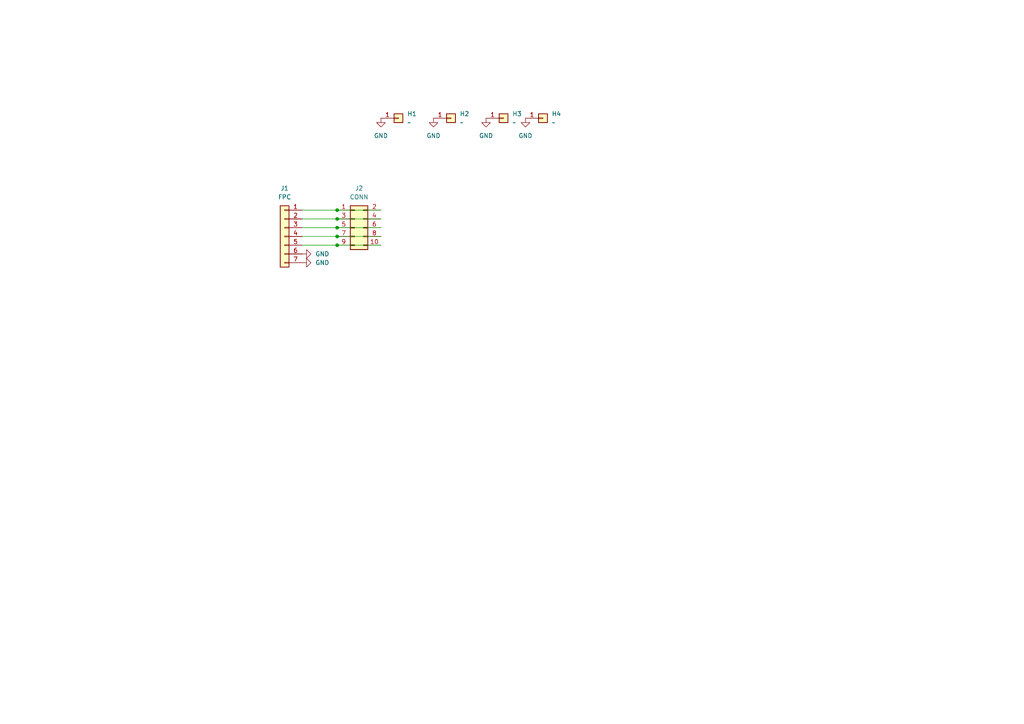
<source format=kicad_sch>
(kicad_sch (version 20211123) (generator eeschema)
  (paper "A4")
  (lib_symbols
    (symbol "Connector_Generic:Conn_01x01" (pin_names (offset 1.016) hide)
      (property "Reference" "J" (at 0 2.54 0))
      (property "Value" "Conn_01x01" (at 0 -2.54 0))
      (symbol "Conn_01x01_1_1"
        (rectangle (start -1.27 0.127) (end 0 -0.127) (stroke (width 0.1524)))
        (rectangle (start -1.27 1.27) (end 1.27 -1.27) (stroke (width 0.254)) (fill (type background)))
        (pin passive line (at -5.08 0 0) (length 3.81) (name "Pin_1") (number "1"))
      )
    )
    (symbol "Connector_Generic:Conn_01x07" (pin_names (offset 1.016) hide)
      (property "Reference" "J" (at 0 10.16 0))
      (property "Value" "Conn_01x07" (at 0 -10.16 0))
      (symbol "Conn_01x07_1_1"
        (rectangle (start -1.27 -7.493) (end 0 -7.747) (stroke (width 0.1524)))
        (rectangle (start -1.27 -4.953) (end 0 -5.207) (stroke (width 0.1524)))
        (rectangle (start -1.27 -2.413) (end 0 -2.667) (stroke (width 0.1524)))
        (rectangle (start -1.27 0.127) (end 0 -0.127) (stroke (width 0.1524)))
        (rectangle (start -1.27 2.667) (end 0 2.413) (stroke (width 0.1524)))
        (rectangle (start -1.27 5.207) (end 0 4.953) (stroke (width 0.1524)))
        (rectangle (start -1.27 7.747) (end 0 7.493) (stroke (width 0.1524)))
        (rectangle (start -1.27 8.89) (end 1.27 -8.89) (stroke (width 0.254)) (fill (type background)))
        (pin passive line (at -5.08 7.62 0) (length 3.81) (name "Pin_1") (number "1"))
        (pin passive line (at -5.08 5.08 0) (length 3.81) (name "Pin_2") (number "2"))
        (pin passive line (at -5.08 2.54 0) (length 3.81) (name "Pin_3") (number "3"))
        (pin passive line (at -5.08 0 0) (length 3.81) (name "Pin_4") (number "4"))
        (pin passive line (at -5.08 -2.54 0) (length 3.81) (name "Pin_5") (number "5"))
        (pin passive line (at -5.08 -5.08 0) (length 3.81) (name "Pin_6") (number "6"))
        (pin passive line (at -5.08 -7.62 0) (length 3.81) (name "Pin_7") (number "7"))
      )
    )
    (symbol "Connector_Generic:Conn_02x05_Odd_Even" (pin_names (offset 1.016) hide)
      (property "Reference" "J" (at 1.27 7.62 0))
      (property "Value" "Conn_02x05_Odd_Even" (at 1.27 -7.62 0))
      (symbol "Conn_02x05_Odd_Even_1_1"
        (rectangle (start -1.27 -4.953) (end 0 -5.207) (stroke (width 0.1524)))
        (rectangle (start -1.27 -2.413) (end 0 -2.667) (stroke (width 0.1524)))
        (rectangle (start -1.27 0.127) (end 0 -0.127) (stroke (width 0.1524)))
        (rectangle (start -1.27 2.667) (end 0 2.413) (stroke (width 0.1524)))
        (rectangle (start -1.27 5.207) (end 0 4.953) (stroke (width 0.1524)))
        (rectangle (start -1.27 6.35) (end 3.81 -6.35) (stroke (width 0.254)) (fill (type background)))
        (rectangle (start 3.81 -4.953) (end 2.54 -5.207) (stroke (width 0.1524)))
        (rectangle (start 3.81 -2.413) (end 2.54 -2.667) (stroke (width 0.1524)))
        (rectangle (start 3.81 0.127) (end 2.54 -0.127) (stroke (width 0.1524)))
        (rectangle (start 3.81 2.667) (end 2.54 2.413) (stroke (width 0.1524)))
        (rectangle (start 3.81 5.207) (end 2.54 4.953) (stroke (width 0.1524)))
        (pin passive line (at -5.08 5.08 0) (length 3.81) (name "Pin_1") (number "1"))
        (pin passive line (at 7.62 -5.08 180) (length 3.81) (name "Pin_10") (number "10"))
        (pin passive line (at 7.62 5.08 180) (length 3.81) (name "Pin_2") (number "2"))
        (pin passive line (at -5.08 2.54 0) (length 3.81) (name "Pin_3") (number "3"))
        (pin passive line (at 7.62 2.54 180) (length 3.81) (name "Pin_4") (number "4"))
        (pin passive line (at -5.08 0 0) (length 3.81) (name "Pin_5") (number "5"))
        (pin passive line (at 7.62 0 180) (length 3.81) (name "Pin_6") (number "6"))
        (pin passive line (at -5.08 -2.54 0) (length 3.81) (name "Pin_7") (number "7"))
        (pin passive line (at 7.62 -2.54 180) (length 3.81) (name "Pin_8") (number "8"))
        (pin passive line (at -5.08 -5.08 0) (length 3.81) (name "Pin_9") (number "9"))
      )
    )
    (symbol "power:GND" (power) (pin_names (offset 0))
      (property "Value" "GND" (at 0 -3.81 0))
      (symbol "GND_0_1"
        (polyline (pts (xy 0 0) (xy 0 -1.27) (xy 1.27 -1.27) (xy 0 -2.54) (xy -1.27 -1.27) (xy 0 -1.27)))
      )
      (symbol "GND_1_1"
        (pin power_in line (at 0 0 270) (length 0) hide (name "GND") (number "1"))
      )
    )
  )
  (junction (at 97.79 60.96))
  (junction (at 97.79 71.12))
  (junction (at 97.79 66.04))
  (junction (at 97.79 63.5))
  (junction (at 97.79 68.58))
  (wire (pts (xy 97.79 71.12) (xy 110.49 71.12)))
  (wire (pts (xy 87.63 66.04) (xy 97.79 66.04)))
  (wire (pts (xy 87.63 71.12) (xy 97.79 71.12)))
  (wire (pts (xy 87.63 68.58) (xy 97.79 68.58)))
  (wire (pts (xy 97.79 66.04) (xy 110.49 66.04)))
  (wire (pts (xy 87.63 63.5) (xy 97.79 63.5)))
  (wire (pts (xy 97.79 68.58) (xy 110.49 68.58)))
  (wire (pts (xy 97.79 60.96) (xy 110.49 60.96)))
  (wire (pts (xy 87.63 60.96) (xy 97.79 60.96)))
  (wire (pts (xy 97.79 63.5) (xy 110.49 63.5)))
  (symbol (lib_id "power:GND") (at 110.49 34.29 0) (unit 1)
    (property "Reference" "#PWR02" (effects hide))
    (property "Value" "GND" (at 110.49 39.37 0))
  )
  (symbol (lib_id "power:GND") (at 87.63 76.2 90) (unit 1)
    (property "Reference" "#PWR0101" (effects hide))
    (property "Value" "GND" (at 91.44 76.1999 90) (effects (justify right)))
  )
  (symbol (lib_id "Connector_Generic:Conn_01x01") (at 157.48 34.29 0) (unit 1)
    (property "Reference" "H4" (at 160.02 33.0199 0) (effects (justify left)))
    (property "Value" "~" (at 160.02 35.5599 0) (effects (justify left)))
    (property "Footprint" "MountingHole:MountingHole_3.2mm_M3_ISO14580_Pad" (effects hide))
  )
  (symbol (lib_id "power:GND") (at 140.97 34.29 0) (unit 1)
    (property "Reference" "#PWR04" (effects hide))
    (property "Value" "GND" (at 140.97 39.37 0))
  )
  (symbol (lib_id "Connector_Generic:Conn_02x05_Odd_Even") (at 102.87 66.04 0) (unit 1)
    (property "Reference" "J2" (at 104.14 54.61 0))
    (property "Value" "CONN" (at 104.14 57.15 0))
    (property "Footprint" "Connector_PinHeader_2.54mm:PinHeader_2x05_P2.54mm_Vertical" (effects hide))
    (property "LCSC" "C124387" (effects hide))
  )
  (symbol (lib_id "power:GND") (at 87.63 73.66 90) (unit 1)
    (property "Reference" "#PWR01" (effects hide))
    (property "Value" "GND" (at 91.44 73.6599 90) (effects (justify right)))
  )
  (symbol (lib_id "Connector_Generic:Conn_01x01") (at 130.81 34.29 0) (unit 1)
    (property "Reference" "H2" (at 133.35 33.0199 0) (effects (justify left)))
    (property "Value" "~" (at 133.35 35.5599 0) (effects (justify left)))
    (property "Footprint" "MountingHole:MountingHole_3.2mm_M3_ISO14580_Pad" (effects hide))
  )
  (symbol (lib_id "Connector_Generic:Conn_01x01") (at 115.57 34.29 0) (unit 1)
    (property "Reference" "H1" (at 118.11 33.0199 0) (effects (justify left)))
    (property "Value" "~" (at 118.11 35.5599 0) (effects (justify left)))
    (property "Footprint" "MountingHole:MountingHole_3.2mm_M3_ISO14580_Pad" (effects hide))
  )
  (symbol (lib_id "power:GND") (at 125.73 34.29 0) (unit 1)
    (property "Reference" "#PWR03" (effects hide))
    (property "Value" "GND" (at 125.73 39.37 0))
  )
  (symbol (lib_id "power:GND") (at 152.4 34.29 0) (unit 1)
    (property "Reference" "#PWR05" (effects hide))
    (property "Value" "GND" (at 152.4 39.37 0))
  )
  (symbol (lib_id "Connector_Generic:Conn_01x01") (at 146.05 34.29 0) (unit 1)
    (property "Reference" "H3" (at 148.59 33.0199 0) (effects (justify left)))
    (property "Value" "~" (at 148.59 35.5599 0) (effects (justify left)))
    (property "Footprint" "MountingHole:MountingHole_3.2mm_M3_ISO14580_Pad" (effects hide))
  )
  (symbol (lib_id "Connector_Generic:Conn_01x07") (at 82.55 68.58 0) (mirror y) (unit 1)
    (property "Reference" "J1" (at 82.55 54.61 0))
    (property "Value" "FPC" (at 82.55 57.15 0))
    (property "Footprint" "XCB-FPC-0.5K-QX-5PWB:XCB-FPC-0.5K-QX-5PWB" (effects hide))
    (property "LCSC" "C2919476" (effects hide))
  )
)
</source>
